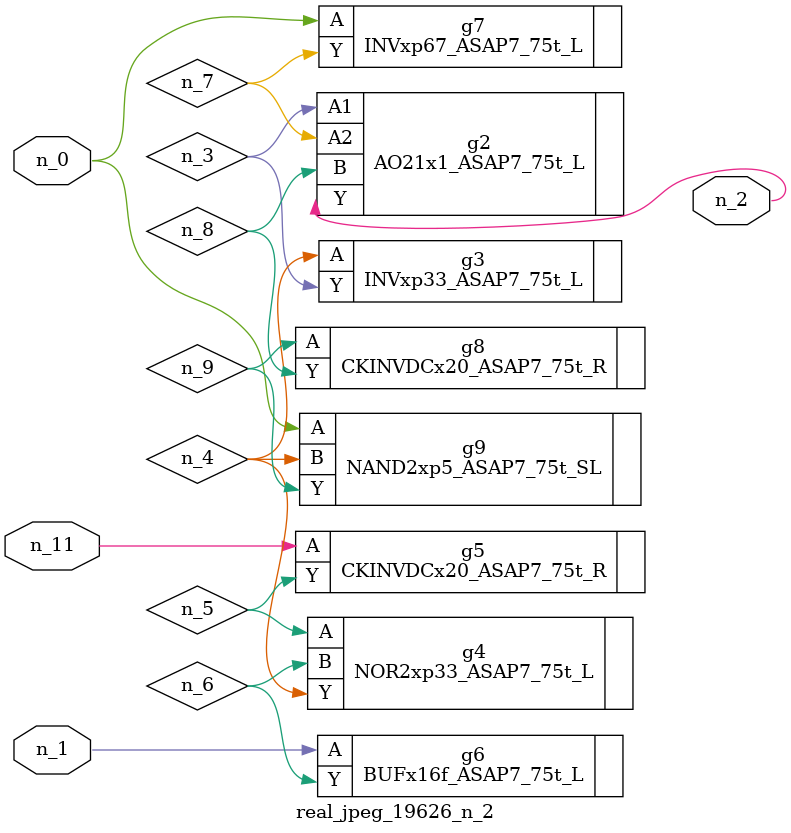
<source format=v>
module real_jpeg_19626_n_2 (n_1, n_11, n_0, n_2);

input n_1;
input n_11;
input n_0;

output n_2;

wire n_5;
wire n_4;
wire n_8;
wire n_6;
wire n_7;
wire n_3;
wire n_9;

INVxp67_ASAP7_75t_L g7 ( 
.A(n_0),
.Y(n_7)
);

NAND2xp5_ASAP7_75t_SL g9 ( 
.A(n_0),
.B(n_4),
.Y(n_9)
);

BUFx16f_ASAP7_75t_L g6 ( 
.A(n_1),
.Y(n_6)
);

AO21x1_ASAP7_75t_L g2 ( 
.A1(n_3),
.A2(n_7),
.B(n_8),
.Y(n_2)
);

INVxp33_ASAP7_75t_L g3 ( 
.A(n_4),
.Y(n_3)
);

NOR2xp33_ASAP7_75t_L g4 ( 
.A(n_5),
.B(n_6),
.Y(n_4)
);

CKINVDCx20_ASAP7_75t_R g8 ( 
.A(n_9),
.Y(n_8)
);

CKINVDCx20_ASAP7_75t_R g5 ( 
.A(n_11),
.Y(n_5)
);


endmodule
</source>
